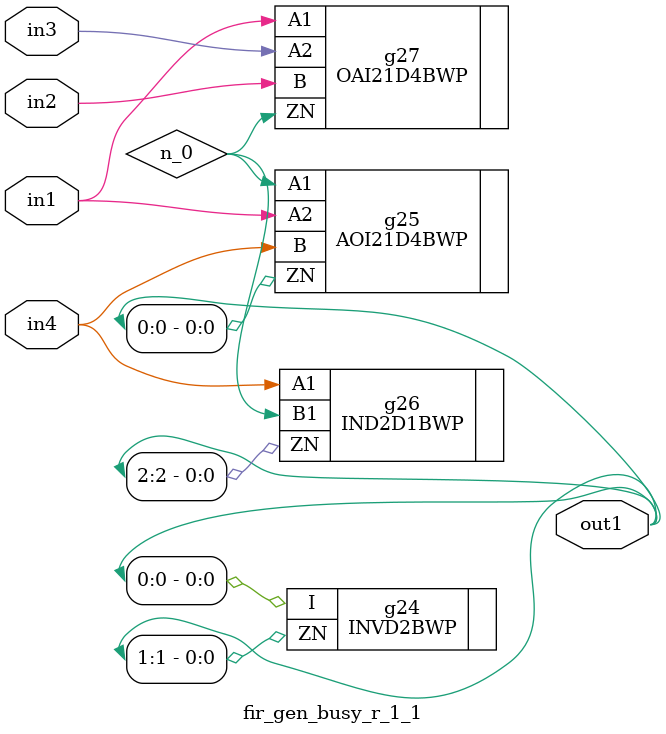
<source format=v>
`timescale 1ps / 1ps


module fir_gen_busy_r_1_1(in1, in2, in3, in4, out1);
  input in1, in2, in3, in4;
  output [2:0] out1;
  wire in1, in2, in3, in4;
  wire [2:0] out1;
  wire n_0;
  INVD2BWP g24(.I (out1[0]), .ZN (out1[1]));
  AOI21D4BWP g25(.A1 (n_0), .A2 (in1), .B (in4), .ZN (out1[0]));
  IND2D1BWP g26(.A1 (in4), .B1 (n_0), .ZN (out1[2]));
  OAI21D4BWP g27(.A1 (in1), .A2 (in3), .B (in2), .ZN (n_0));
endmodule



</source>
